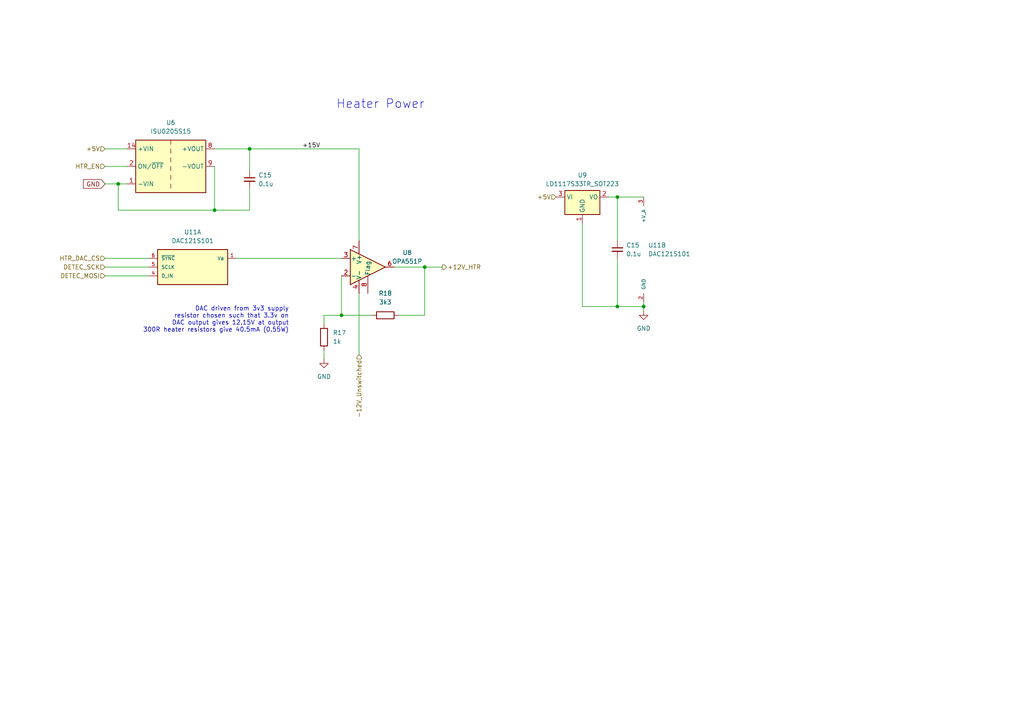
<source format=kicad_sch>
(kicad_sch (version 20230121) (generator eeschema)
  (paper "A4")
  (lib_symbols
    (symbol "Amplifier_Operational:OPA551P" (pin_names (offset 0.127))
      (property "Reference" "U" (at 5.08 7.62 0))
      (property "Value" "OPA551P" (at 5.08 5.08 0))
      (symbol "OPA551P_1_1"
        (polyline (pts (xy -5.08 5.08) (xy 5.08 0) (xy -5.08 -5.08) (xy -5.08 5.08)) (stroke (width 0.254)) (fill (type background)))
        (pin no_connect line (at 0 2.54 270) (length 3.81) hide (name "NC") (number "1"))
        (pin input line (at -7.62 -2.54 0) (length 2.54) (name "-") (number "2"))
        (pin input line (at -7.62 2.54 0) (length 2.54) (name "+") (number "3"))
        (pin power_in line (at -2.54 -7.62 90) (length 3.81) (name "V-") (number "4"))
        (pin no_connect line (at 0 -2.54 90) (length 3.81) hide (name "NC") (number "5"))
        (pin output line (at 7.62 0 180) (length 2.54) (name "~") (number "6"))
        (pin power_in line (at -2.54 7.62 270) (length 3.81) (name "V+") (number "7"))
        (pin output line (at 0 -7.62 90) (length 5.08) (name "Flag") (number "8"))
      )
    )
    (symbol "Converter_DCDC:ISU0205S15"
      (property "Reference" "U" (at 0 11.43 0))
      (property "Value" "ISU0205S15" (at 0 8.89 0))
      (symbol "ISU0205S15_0_1"
        (rectangle (start -10.16 7.62) (end 10.16 -7.62) (stroke (width 0.254)) (fill (type background)))
        (polyline (pts (xy 0 -5.08) (xy 0 -6.35)))
        (polyline (pts (xy 0 -2.54) (xy 0 -3.81)))
        (polyline (pts (xy 0 0) (xy 0 -1.27)))
        (polyline (pts (xy 0 2.54) (xy 0 1.27)))
        (polyline (pts (xy 0 5.08) (xy 0 3.81)))
        (polyline (pts (xy 0 7.62) (xy 0 6.35)))
      )
      (symbol "ISU0205S15_1_1"
        (pin power_in line (at -12.7 -5.08 0) (length 2.54) (name "-VIN") (number "1"))
        (pin power_in line (at -12.7 5.08 0) (length 2.54) (name "+VIN") (number "14"))
        (pin input line (at -12.7 0 0) (length 2.54) (name "ON/~{OFF}") (number "2"))
        (pin no_connect line (at 10.16 -2.54 180) (length 2.54) hide (name "NC") (number "6"))
        (pin no_connect line (at 10.16 -5.08 180) (length 2.54) hide (name "NC") (number "7"))
        (pin power_out line (at 12.7 5.08 180) (length 2.54) (name "+VOUT") (number "8"))
        (pin power_out line (at 12.7 0 180) (length 2.54) (name "-VOUT") (number "9"))
      )
    )
    (symbol "Device:C_Small" (pin_numbers hide) (pin_names (offset 0.254) hide)
      (property "Reference" "C" (at 0.254 1.778 0))
      (property "Value" "C_Small" (at 0.254 -2.032 0))
      (symbol "C_Small_0_1"
        (polyline (pts (xy -1.524 -0.508) (xy 1.524 -0.508)) (stroke (width 0.3302)))
        (polyline (pts (xy -1.524 0.508) (xy 1.524 0.508)) (stroke (width 0.3048)))
      )
      (symbol "C_Small_1_1"
        (pin passive line (at 0 2.54 270) (length 2.032) (name "~") (number "1"))
        (pin passive line (at 0 -2.54 90) (length 2.032) (name "~") (number "2"))
      )
    )
    (symbol "Device:R" (pin_numbers hide) (pin_names (offset 0))
      (property "Reference" "R" (at 2.032 0 90))
      (property "Value" "R" (at 0 0 90))
      (symbol "R_0_1"
        (rectangle (start -1.016 -2.54) (end 1.016 2.54) (stroke (width 0.254)))
      )
      (symbol "R_1_1"
        (pin passive line (at 0 3.81 270) (length 1.27) (name "~") (number "1"))
        (pin passive line (at 0 -3.81 90) (length 1.27) (name "~") (number "2"))
      )
    )
    (symbol "Regulator_Linear:LD1117S33TR_SOT223"
      (property "Reference" "U" (at -3.81 3.175 0))
      (property "Value" "LD1117S33TR_SOT223" (at 0 3.175 0))
      (symbol "LD1117S33TR_SOT223_0_1"
        (rectangle (start -5.08 -5.08) (end 5.08 1.905) (stroke (width 0.254)) (fill (type background)))
      )
      (symbol "LD1117S33TR_SOT223_1_1"
        (pin power_in line (at 0 -7.62 90) (length 2.54) (name "GND") (number "1"))
        (pin power_out line (at 7.62 0 180) (length 2.54) (name "VO") (number "2"))
        (pin power_in line (at -7.62 0 0) (length 2.54) (name "VI") (number "3"))
      )
    )
    (symbol "User_Library:DAC121S101" (pin_names (offset 1.016))
      (property "Reference" "U" (at 2.54 7.62 0))
      (property "Value" "DAC121S101" (at -2.54 -7.62 0))
      (symbol "DAC121S101_1_0"
        (rectangle (start -10.16 5.08) (end 10.16 -5.08) (stroke (width 0.254)) (fill (type background)))
        (pin bidirectional line (at -12.7 -2.54 0) (length 2.54) (name "D_IN") (number "4"))
        (pin bidirectional line (at -12.7 0 0) (length 2.54) (name "SCLK") (number "5"))
        (pin bidirectional line (at -12.7 2.54 0) (length 2.54) (name "~{SYNC}") (number "6"))
      )
      (symbol "DAC121S101_1_1"
        (pin output line (at 12.7 2.54 180) (length 2.54) (name "Va") (number "1"))
      )
      (symbol "DAC121S101_2_0"
        (pin power_in line (at 0 -12.7 90) (length 2.54) (name "GND") (number "2"))
        (pin power_in line (at 0 17.78 270) (length 2.54) (name "+V_A") (number "3"))
      )
    )
    (symbol "power:GND" (power) (pin_names (offset 0))
      (property "Value" "GND" (at 0 -3.81 0))
      (symbol "GND_0_1"
        (polyline (pts (xy 0 0) (xy 0 -1.27) (xy 1.27 -1.27) (xy 0 -2.54) (xy -1.27 -1.27) (xy 0 -1.27)))
      )
      (symbol "GND_1_1"
        (pin power_in line (at 0 0 270) (length 0) hide (name "GND") (number "1"))
      )
    )
  )
  (junction (at 186.69 88.9))
  (junction (at 179.07 88.9))
  (junction (at 62.23 60.96))
  (junction (at 179.07 57.15))
  (junction (at 123.19 77.47))
  (junction (at 72.39 43.18))
  (junction (at 99.06 91.44))
  (junction (at 34.29 53.34))
  (wire (pts (xy 93.98 101.6) (xy 93.98 104.14)))
  (wire (pts (xy 114.3 77.47) (xy 123.19 77.47)))
  (wire (pts (xy 179.07 57.15) (xy 179.07 69.85)))
  (wire (pts (xy 68.58 74.93) (xy 99.06 74.93)))
  (wire (pts (xy 179.07 57.15) (xy 186.69 57.15)))
  (wire (pts (xy 168.91 88.9) (xy 179.07 88.9)))
  (wire (pts (xy 123.19 77.47) (xy 128.27 77.47)))
  (wire (pts (xy 72.39 43.18) (xy 104.14 43.18)))
  (wire (pts (xy 30.48 48.26) (xy 36.83 48.26)))
  (wire (pts (xy 168.91 64.77) (xy 168.91 88.9)))
  (wire (pts (xy 186.69 90.17) (xy 186.69 88.9)))
  (wire (pts (xy 186.69 88.9) (xy 186.69 87.63)))
  (wire (pts (xy 30.48 74.93) (xy 43.18 74.93)))
  (wire (pts (xy 104.14 102.87) (xy 104.14 85.09)))
  (wire (pts (xy 62.23 60.96) (xy 34.29 60.96)))
  (wire (pts (xy 62.23 48.26) (xy 62.23 60.96)))
  (wire (pts (xy 34.29 53.34) (xy 36.83 53.34)))
  (wire (pts (xy 72.39 43.18) (xy 72.39 49.53)))
  (wire (pts (xy 34.29 60.96) (xy 34.29 53.34)))
  (wire (pts (xy 72.39 54.61) (xy 72.39 60.96)))
  (wire (pts (xy 99.06 91.44) (xy 107.95 91.44)))
  (wire (pts (xy 176.53 57.15) (xy 179.07 57.15)))
  (wire (pts (xy 30.48 80.01) (xy 43.18 80.01)))
  (wire (pts (xy 123.19 91.44) (xy 123.19 77.47)))
  (wire (pts (xy 179.07 88.9) (xy 186.69 88.9)))
  (wire (pts (xy 30.48 77.47) (xy 43.18 77.47)))
  (wire (pts (xy 179.07 74.93) (xy 179.07 88.9)))
  (wire (pts (xy 93.98 91.44) (xy 93.98 93.98)))
  (wire (pts (xy 115.57 91.44) (xy 123.19 91.44)))
  (wire (pts (xy 93.98 91.44) (xy 99.06 91.44)))
  (wire (pts (xy 99.06 80.01) (xy 99.06 91.44)))
  (wire (pts (xy 72.39 60.96) (xy 62.23 60.96)))
  (wire (pts (xy 104.14 43.18) (xy 104.14 69.85)))
  (wire (pts (xy 30.48 43.18) (xy 36.83 43.18)))
  (wire (pts (xy 62.23 43.18) (xy 72.39 43.18)))
  (wire (pts (xy 30.48 53.34) (xy 34.29 53.34)))
  (text "Heater Power" (at 123.19 31.75 0) (effects (font (size 2.54 2.54)) (justify right bottom)))
  (text "DAC driven from 3v3 supply\nresistor chosen such that 3.3v on\nDAC output gives 12.15V at output\n300R heater resistors give 40.5mA (0.55W)\n" (at 83.82 96.52 0) (effects (font (size 1.27 1.27)) (justify right bottom)))
  (label "+15V" (at 87.63 43.18 0))
  (global_label "GND" (shape input) (at 30.48 53.34 180) (property "Intersheetrefs" "${INTERSHEET_REFS}" (effects hide)))
  (hierarchical_label "+5V" (shape input) (at 30.48 43.18 180))
  (hierarchical_label "-12V_Unswitched" (shape input) (at 104.14 102.87 270))
  (hierarchical_label "HTR_DAC_CS" (shape input) (at 30.48 74.93 180))
  (hierarchical_label "DETEC_MOSI" (shape input) (at 30.48 80.01 180))
  (hierarchical_label "HTR_EN" (shape input) (at 30.48 48.26 180))
  (hierarchical_label "DETEC_SCK" (shape input) (at 30.48 77.47 180))
  (hierarchical_label "+12V_HTR" (shape output) (at 128.27 77.47 0))
  (hierarchical_label "+5V" (shape input) (at 161.29 57.15 180))
  (symbol (lib_id "Amplifier_Operational:OPA551P") (at 106.68 77.47 0) (unit 1)
    (property "Reference" "U8" (at 118.11 73.2791 0))
    (property "Value" "OPA551P" (at 118.11 75.8191 0))
    (property "Footprint" "Package_DIP:DIP-8_W7.62mm" (effects hide))
    (property "Datasheet" "http://www.ti.com/lit/ds/symlink/opa551.pdf" (effects hide))
  )
  (symbol (lib_id "User_Library:DAC121S101") (at 186.69 74.93 0) (unit 2)
    (property "Reference" "U11" (at 187.96 71.12 0) (effects (justify left)))
    (property "Value" "DAC121S101" (at 187.96 73.66 0) (effects (justify left)))
    (property "Footprint" "Package_TO_SOT_SMD:SOT-23-6" (effects hide))
  )
  (symbol (lib_id "User_Library:DAC121S101") (at 55.88 77.47 0) (unit 1)
    (property "Reference" "U11" (at 55.88 67.31 0))
    (property "Value" "DAC121S101" (at 55.88 69.85 0))
    (property "Footprint" "Package_TO_SOT_SMD:SOT-23-6" (effects hide))
  )
  (symbol (lib_id "power:GND") (at 93.98 104.14 0) (unit 1)
    (property "Reference" "#PWR029" (effects hide))
    (property "Value" "GND" (at 93.98 109.22 0))
    (instances (project "EGSE" (path "" (reference "#PWR029") (unit 1)) (path "" (reference "#PWR011") (unit 1))))
  )
  (symbol (lib_id "Device:R") (at 111.76 91.44 90) (unit 1)
    (property "Reference" "R18" (at 111.76 85.09 90))
    (property "Value" "3k3" (at 111.76 87.63 90))
    (property "Footprint" "Resistor_SMD:R_0805_2012Metric" (effects hide))
  )
  (symbol (lib_id "Regulator_Linear:LD1117S33TR_SOT223") (at 168.91 57.15 0) (unit 1)
    (property "Reference" "U9" (at 168.91 50.8 0))
    (property "Value" "LD1117S33TR_SOT223" (at 168.91 53.34 0))
    (property "Footprint" "Package_TO_SOT_SMD:SOT-223-3_TabPin2" (effects hide))
    (property "Datasheet" "http://www.st.com/st-web-ui/static/active/en/resource/technical/document/datasheet/CD00000544.pdf" (effects hide))
    (instances (project "EGSE" (path "" (reference "U9") (unit 1)) (path "" (reference "U12") (unit 1))))
  )
  (symbol (lib_id "power:GND") (at 186.69 90.17 0) (unit 1)
    (property "Reference" "#PWR029" (effects hide))
    (property "Value" "GND" (at 186.69 95.25 0))
    (instances (project "EGSE" (path "" (reference "#PWR029") (unit 1)) (path "" (reference "#PWR019") (unit 1))))
  )
  (symbol (lib_id "Converter_DCDC:ISU0205S15") (at 49.53 48.26 0) (unit 1)
    (property "Reference" "U6" (at 49.53 35.56 0))
    (property "Value" "ISU0205S15" (at 49.53 38.1 0))
    (property "Footprint" "Converter_DCDC:Converter_DCDC_XP_POWER-ISU02_SMD" (effects hide))
    (property "Datasheet" "https://www.xppower.com/Portals/0/pdfs/SF_ISU02.pdf" (effects hide))
  )
  (symbol (lib_id "Device:C_Small") (at 179.07 72.39 0) (unit 1)
    (property "Reference" "C15" (at 181.61 71.1263 0) (effects (justify left)))
    (property "Value" "0.1u" (at 181.61 73.6663 0) (effects (justify left)))
    (property "Footprint" "Capacitor_SMD:C_0402_1005Metric" (effects hide))
    (instances (project "EGSE" (path "" (reference "C15") (unit 1)) (path "" (reference "C16") (unit 1))))
  )
  (symbol (lib_id "Device:R") (at 93.98 97.79 0) (unit 1)
    (property "Reference" "R17" (at 96.52 96.52 0) (effects (justify left)))
    (property "Value" "1k" (at 96.52 99.06 0) (effects (justify left)))
    (property "Footprint" "Resistor_SMD:R_0805_2012Metric" (effects hide))
  )
  (symbol (lib_id "Device:C_Small") (at 72.39 52.07 0) (unit 1)
    (property "Reference" "C15" (at 74.93 50.8063 0) (effects (justify left)))
    (property "Value" "0.1u" (at 74.93 53.3463 0) (effects (justify left)))
    (property "Footprint" "Capacitor_SMD:C_0402_1005Metric" (effects hide))
    (instances (project "EGSE" (path "" (reference "C15") (unit 1)) (path "" (reference "C17") (unit 1))))
  )
)
</source>
